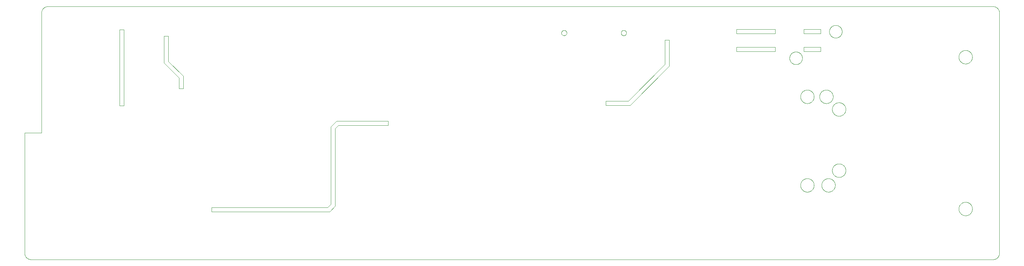
<source format=gko>
G75*
%MOIN*%
%OFA0B0*%
%FSLAX25Y25*%
%IPPOS*%
%LPD*%
%AMOC8*
5,1,8,0,0,1.08239X$1,22.5*
%
%ADD10C,0.00394*%
%ADD11C,0.00000*%
%ADD12C,0.00400*%
D10*
X0103975Y0058146D02*
X0999644Y0058146D01*
X0999644Y0058145D02*
X0999796Y0058147D01*
X0999948Y0058153D01*
X1000100Y0058163D01*
X1000251Y0058176D01*
X1000402Y0058194D01*
X1000553Y0058215D01*
X1000703Y0058241D01*
X1000852Y0058270D01*
X1001001Y0058303D01*
X1001148Y0058340D01*
X1001295Y0058380D01*
X1001440Y0058425D01*
X1001584Y0058473D01*
X1001727Y0058525D01*
X1001869Y0058580D01*
X1002009Y0058639D01*
X1002148Y0058702D01*
X1002285Y0058768D01*
X1002420Y0058838D01*
X1002553Y0058911D01*
X1002684Y0058988D01*
X1002814Y0059068D01*
X1002941Y0059151D01*
X1003066Y0059237D01*
X1003189Y0059327D01*
X1003309Y0059420D01*
X1003427Y0059516D01*
X1003543Y0059615D01*
X1003656Y0059717D01*
X1003766Y0059821D01*
X1003874Y0059929D01*
X1003978Y0060039D01*
X1004080Y0060152D01*
X1004179Y0060268D01*
X1004275Y0060386D01*
X1004368Y0060506D01*
X1004458Y0060629D01*
X1004544Y0060754D01*
X1004627Y0060881D01*
X1004707Y0061011D01*
X1004784Y0061142D01*
X1004857Y0061275D01*
X1004927Y0061410D01*
X1004993Y0061547D01*
X1005056Y0061686D01*
X1005115Y0061826D01*
X1005170Y0061968D01*
X1005222Y0062111D01*
X1005270Y0062255D01*
X1005315Y0062400D01*
X1005355Y0062547D01*
X1005392Y0062694D01*
X1005425Y0062843D01*
X1005454Y0062992D01*
X1005480Y0063142D01*
X1005501Y0063293D01*
X1005519Y0063444D01*
X1005532Y0063595D01*
X1005542Y0063747D01*
X1005548Y0063899D01*
X1005550Y0064051D01*
X1005550Y0288461D01*
X1005548Y0288613D01*
X1005542Y0288765D01*
X1005532Y0288917D01*
X1005519Y0289068D01*
X1005501Y0289219D01*
X1005480Y0289370D01*
X1005454Y0289520D01*
X1005425Y0289669D01*
X1005392Y0289818D01*
X1005355Y0289965D01*
X1005315Y0290112D01*
X1005270Y0290257D01*
X1005222Y0290401D01*
X1005170Y0290544D01*
X1005115Y0290686D01*
X1005056Y0290826D01*
X1004993Y0290965D01*
X1004927Y0291102D01*
X1004857Y0291237D01*
X1004784Y0291370D01*
X1004707Y0291501D01*
X1004627Y0291631D01*
X1004544Y0291758D01*
X1004458Y0291883D01*
X1004368Y0292006D01*
X1004275Y0292126D01*
X1004179Y0292244D01*
X1004080Y0292360D01*
X1003978Y0292473D01*
X1003874Y0292583D01*
X1003766Y0292691D01*
X1003656Y0292795D01*
X1003543Y0292897D01*
X1003427Y0292996D01*
X1003309Y0293092D01*
X1003189Y0293185D01*
X1003066Y0293275D01*
X1002941Y0293361D01*
X1002814Y0293444D01*
X1002684Y0293524D01*
X1002553Y0293601D01*
X1002420Y0293674D01*
X1002285Y0293744D01*
X1002148Y0293810D01*
X1002009Y0293873D01*
X1001869Y0293932D01*
X1001727Y0293987D01*
X1001584Y0294039D01*
X1001440Y0294087D01*
X1001295Y0294132D01*
X1001148Y0294172D01*
X1001001Y0294209D01*
X1000852Y0294242D01*
X1000703Y0294271D01*
X1000553Y0294297D01*
X1000402Y0294318D01*
X1000251Y0294336D01*
X1000100Y0294349D01*
X0999948Y0294359D01*
X0999796Y0294365D01*
X0999644Y0294367D01*
X0999644Y0294366D02*
X0698463Y0294366D01*
X0694526Y0294366D02*
X0119723Y0294366D01*
X0119723Y0294367D02*
X0119571Y0294365D01*
X0119419Y0294359D01*
X0119267Y0294349D01*
X0119116Y0294336D01*
X0118965Y0294318D01*
X0118814Y0294297D01*
X0118664Y0294271D01*
X0118515Y0294242D01*
X0118366Y0294209D01*
X0118219Y0294172D01*
X0118072Y0294132D01*
X0117927Y0294087D01*
X0117783Y0294039D01*
X0117640Y0293987D01*
X0117498Y0293932D01*
X0117358Y0293873D01*
X0117219Y0293810D01*
X0117082Y0293744D01*
X0116947Y0293674D01*
X0116814Y0293601D01*
X0116683Y0293524D01*
X0116553Y0293444D01*
X0116426Y0293361D01*
X0116301Y0293275D01*
X0116178Y0293185D01*
X0116058Y0293092D01*
X0115940Y0292996D01*
X0115824Y0292897D01*
X0115711Y0292795D01*
X0115601Y0292691D01*
X0115493Y0292583D01*
X0115389Y0292473D01*
X0115287Y0292360D01*
X0115188Y0292244D01*
X0115092Y0292126D01*
X0114999Y0292006D01*
X0114909Y0291883D01*
X0114823Y0291758D01*
X0114740Y0291631D01*
X0114660Y0291501D01*
X0114583Y0291370D01*
X0114510Y0291237D01*
X0114440Y0291102D01*
X0114374Y0290965D01*
X0114311Y0290826D01*
X0114252Y0290686D01*
X0114197Y0290544D01*
X0114145Y0290401D01*
X0114097Y0290257D01*
X0114052Y0290112D01*
X0114012Y0289965D01*
X0113975Y0289818D01*
X0113942Y0289669D01*
X0113913Y0289520D01*
X0113887Y0289370D01*
X0113866Y0289219D01*
X0113848Y0289068D01*
X0113835Y0288917D01*
X0113825Y0288765D01*
X0113819Y0288613D01*
X0113817Y0288461D01*
X0113818Y0288461D02*
X0113818Y0176256D01*
X0098070Y0176256D01*
X0098070Y0064051D01*
X0098069Y0064051D02*
X0098071Y0063899D01*
X0098077Y0063747D01*
X0098087Y0063595D01*
X0098100Y0063444D01*
X0098118Y0063293D01*
X0098139Y0063142D01*
X0098165Y0062992D01*
X0098194Y0062843D01*
X0098227Y0062694D01*
X0098264Y0062547D01*
X0098304Y0062400D01*
X0098349Y0062255D01*
X0098397Y0062111D01*
X0098449Y0061968D01*
X0098504Y0061826D01*
X0098563Y0061686D01*
X0098626Y0061547D01*
X0098692Y0061410D01*
X0098762Y0061275D01*
X0098835Y0061142D01*
X0098912Y0061011D01*
X0098992Y0060881D01*
X0099075Y0060754D01*
X0099161Y0060629D01*
X0099251Y0060506D01*
X0099344Y0060386D01*
X0099440Y0060268D01*
X0099539Y0060152D01*
X0099641Y0060039D01*
X0099745Y0059929D01*
X0099853Y0059821D01*
X0099963Y0059717D01*
X0100076Y0059615D01*
X0100192Y0059516D01*
X0100310Y0059420D01*
X0100430Y0059327D01*
X0100553Y0059237D01*
X0100678Y0059151D01*
X0100805Y0059068D01*
X0100935Y0058988D01*
X0101066Y0058911D01*
X0101199Y0058838D01*
X0101334Y0058768D01*
X0101471Y0058702D01*
X0101610Y0058639D01*
X0101750Y0058580D01*
X0101892Y0058525D01*
X0102035Y0058473D01*
X0102179Y0058425D01*
X0102324Y0058380D01*
X0102471Y0058340D01*
X0102618Y0058303D01*
X0102767Y0058270D01*
X0102916Y0058241D01*
X0103066Y0058215D01*
X0103217Y0058194D01*
X0103368Y0058176D01*
X0103519Y0058163D01*
X0103671Y0058153D01*
X0103823Y0058147D01*
X0103975Y0058145D01*
X0186652Y0201846D02*
X0190589Y0201846D01*
X0190589Y0272713D01*
X0186652Y0272713D01*
X0186652Y0201846D01*
X0760709Y0252409D02*
X0760709Y0256346D01*
X0796930Y0256346D01*
X0796930Y0252409D01*
X0760709Y0252409D01*
X0760709Y0268945D02*
X0760709Y0272882D01*
X0796930Y0272882D01*
X0796930Y0268945D01*
X0760709Y0268945D01*
X0823446Y0268945D02*
X0823446Y0272882D01*
X0839194Y0272882D01*
X0839194Y0268945D01*
X0823446Y0268945D01*
X0823446Y0256346D02*
X0823446Y0252409D01*
X0839194Y0252409D01*
X0839194Y0256346D01*
X0823446Y0256346D01*
D11*
X0810256Y0246110D02*
X0810258Y0246263D01*
X0810264Y0246417D01*
X0810274Y0246570D01*
X0810288Y0246722D01*
X0810306Y0246875D01*
X0810328Y0247026D01*
X0810353Y0247177D01*
X0810383Y0247328D01*
X0810417Y0247478D01*
X0810454Y0247626D01*
X0810495Y0247774D01*
X0810540Y0247920D01*
X0810589Y0248066D01*
X0810642Y0248210D01*
X0810698Y0248352D01*
X0810758Y0248493D01*
X0810822Y0248633D01*
X0810889Y0248771D01*
X0810960Y0248907D01*
X0811035Y0249041D01*
X0811112Y0249173D01*
X0811194Y0249303D01*
X0811278Y0249431D01*
X0811366Y0249557D01*
X0811457Y0249680D01*
X0811551Y0249801D01*
X0811649Y0249919D01*
X0811749Y0250035D01*
X0811853Y0250148D01*
X0811959Y0250259D01*
X0812068Y0250367D01*
X0812180Y0250472D01*
X0812294Y0250573D01*
X0812412Y0250672D01*
X0812531Y0250768D01*
X0812653Y0250861D01*
X0812778Y0250950D01*
X0812905Y0251037D01*
X0813034Y0251119D01*
X0813165Y0251199D01*
X0813298Y0251275D01*
X0813433Y0251348D01*
X0813570Y0251417D01*
X0813709Y0251482D01*
X0813849Y0251544D01*
X0813991Y0251602D01*
X0814134Y0251657D01*
X0814279Y0251708D01*
X0814425Y0251755D01*
X0814572Y0251798D01*
X0814720Y0251837D01*
X0814869Y0251873D01*
X0815019Y0251904D01*
X0815170Y0251932D01*
X0815321Y0251956D01*
X0815474Y0251976D01*
X0815626Y0251992D01*
X0815779Y0252004D01*
X0815932Y0252012D01*
X0816085Y0252016D01*
X0816239Y0252016D01*
X0816392Y0252012D01*
X0816545Y0252004D01*
X0816698Y0251992D01*
X0816850Y0251976D01*
X0817003Y0251956D01*
X0817154Y0251932D01*
X0817305Y0251904D01*
X0817455Y0251873D01*
X0817604Y0251837D01*
X0817752Y0251798D01*
X0817899Y0251755D01*
X0818045Y0251708D01*
X0818190Y0251657D01*
X0818333Y0251602D01*
X0818475Y0251544D01*
X0818615Y0251482D01*
X0818754Y0251417D01*
X0818891Y0251348D01*
X0819026Y0251275D01*
X0819159Y0251199D01*
X0819290Y0251119D01*
X0819419Y0251037D01*
X0819546Y0250950D01*
X0819671Y0250861D01*
X0819793Y0250768D01*
X0819912Y0250672D01*
X0820030Y0250573D01*
X0820144Y0250472D01*
X0820256Y0250367D01*
X0820365Y0250259D01*
X0820471Y0250148D01*
X0820575Y0250035D01*
X0820675Y0249919D01*
X0820773Y0249801D01*
X0820867Y0249680D01*
X0820958Y0249557D01*
X0821046Y0249431D01*
X0821130Y0249303D01*
X0821212Y0249173D01*
X0821289Y0249041D01*
X0821364Y0248907D01*
X0821435Y0248771D01*
X0821502Y0248633D01*
X0821566Y0248493D01*
X0821626Y0248352D01*
X0821682Y0248210D01*
X0821735Y0248066D01*
X0821784Y0247920D01*
X0821829Y0247774D01*
X0821870Y0247626D01*
X0821907Y0247478D01*
X0821941Y0247328D01*
X0821971Y0247177D01*
X0821996Y0247026D01*
X0822018Y0246875D01*
X0822036Y0246722D01*
X0822050Y0246570D01*
X0822060Y0246417D01*
X0822066Y0246263D01*
X0822068Y0246110D01*
X0822066Y0245957D01*
X0822060Y0245803D01*
X0822050Y0245650D01*
X0822036Y0245498D01*
X0822018Y0245345D01*
X0821996Y0245194D01*
X0821971Y0245043D01*
X0821941Y0244892D01*
X0821907Y0244742D01*
X0821870Y0244594D01*
X0821829Y0244446D01*
X0821784Y0244300D01*
X0821735Y0244154D01*
X0821682Y0244010D01*
X0821626Y0243868D01*
X0821566Y0243727D01*
X0821502Y0243587D01*
X0821435Y0243449D01*
X0821364Y0243313D01*
X0821289Y0243179D01*
X0821212Y0243047D01*
X0821130Y0242917D01*
X0821046Y0242789D01*
X0820958Y0242663D01*
X0820867Y0242540D01*
X0820773Y0242419D01*
X0820675Y0242301D01*
X0820575Y0242185D01*
X0820471Y0242072D01*
X0820365Y0241961D01*
X0820256Y0241853D01*
X0820144Y0241748D01*
X0820030Y0241647D01*
X0819912Y0241548D01*
X0819793Y0241452D01*
X0819671Y0241359D01*
X0819546Y0241270D01*
X0819419Y0241183D01*
X0819290Y0241101D01*
X0819159Y0241021D01*
X0819026Y0240945D01*
X0818891Y0240872D01*
X0818754Y0240803D01*
X0818615Y0240738D01*
X0818475Y0240676D01*
X0818333Y0240618D01*
X0818190Y0240563D01*
X0818045Y0240512D01*
X0817899Y0240465D01*
X0817752Y0240422D01*
X0817604Y0240383D01*
X0817455Y0240347D01*
X0817305Y0240316D01*
X0817154Y0240288D01*
X0817003Y0240264D01*
X0816850Y0240244D01*
X0816698Y0240228D01*
X0816545Y0240216D01*
X0816392Y0240208D01*
X0816239Y0240204D01*
X0816085Y0240204D01*
X0815932Y0240208D01*
X0815779Y0240216D01*
X0815626Y0240228D01*
X0815474Y0240244D01*
X0815321Y0240264D01*
X0815170Y0240288D01*
X0815019Y0240316D01*
X0814869Y0240347D01*
X0814720Y0240383D01*
X0814572Y0240422D01*
X0814425Y0240465D01*
X0814279Y0240512D01*
X0814134Y0240563D01*
X0813991Y0240618D01*
X0813849Y0240676D01*
X0813709Y0240738D01*
X0813570Y0240803D01*
X0813433Y0240872D01*
X0813298Y0240945D01*
X0813165Y0241021D01*
X0813034Y0241101D01*
X0812905Y0241183D01*
X0812778Y0241270D01*
X0812653Y0241359D01*
X0812531Y0241452D01*
X0812412Y0241548D01*
X0812294Y0241647D01*
X0812180Y0241748D01*
X0812068Y0241853D01*
X0811959Y0241961D01*
X0811853Y0242072D01*
X0811749Y0242185D01*
X0811649Y0242301D01*
X0811551Y0242419D01*
X0811457Y0242540D01*
X0811366Y0242663D01*
X0811278Y0242789D01*
X0811194Y0242917D01*
X0811112Y0243047D01*
X0811035Y0243179D01*
X0810960Y0243313D01*
X0810889Y0243449D01*
X0810822Y0243587D01*
X0810758Y0243727D01*
X0810698Y0243868D01*
X0810642Y0244010D01*
X0810589Y0244154D01*
X0810540Y0244300D01*
X0810495Y0244446D01*
X0810454Y0244594D01*
X0810417Y0244742D01*
X0810383Y0244892D01*
X0810353Y0245043D01*
X0810328Y0245194D01*
X0810306Y0245345D01*
X0810288Y0245498D01*
X0810274Y0245650D01*
X0810264Y0245803D01*
X0810258Y0245957D01*
X0810256Y0246110D01*
X0847264Y0270913D02*
X0847266Y0271066D01*
X0847272Y0271220D01*
X0847282Y0271373D01*
X0847296Y0271525D01*
X0847314Y0271678D01*
X0847336Y0271829D01*
X0847361Y0271980D01*
X0847391Y0272131D01*
X0847425Y0272281D01*
X0847462Y0272429D01*
X0847503Y0272577D01*
X0847548Y0272723D01*
X0847597Y0272869D01*
X0847650Y0273013D01*
X0847706Y0273155D01*
X0847766Y0273296D01*
X0847830Y0273436D01*
X0847897Y0273574D01*
X0847968Y0273710D01*
X0848043Y0273844D01*
X0848120Y0273976D01*
X0848202Y0274106D01*
X0848286Y0274234D01*
X0848374Y0274360D01*
X0848465Y0274483D01*
X0848559Y0274604D01*
X0848657Y0274722D01*
X0848757Y0274838D01*
X0848861Y0274951D01*
X0848967Y0275062D01*
X0849076Y0275170D01*
X0849188Y0275275D01*
X0849302Y0275376D01*
X0849420Y0275475D01*
X0849539Y0275571D01*
X0849661Y0275664D01*
X0849786Y0275753D01*
X0849913Y0275840D01*
X0850042Y0275922D01*
X0850173Y0276002D01*
X0850306Y0276078D01*
X0850441Y0276151D01*
X0850578Y0276220D01*
X0850717Y0276285D01*
X0850857Y0276347D01*
X0850999Y0276405D01*
X0851142Y0276460D01*
X0851287Y0276511D01*
X0851433Y0276558D01*
X0851580Y0276601D01*
X0851728Y0276640D01*
X0851877Y0276676D01*
X0852027Y0276707D01*
X0852178Y0276735D01*
X0852329Y0276759D01*
X0852482Y0276779D01*
X0852634Y0276795D01*
X0852787Y0276807D01*
X0852940Y0276815D01*
X0853093Y0276819D01*
X0853247Y0276819D01*
X0853400Y0276815D01*
X0853553Y0276807D01*
X0853706Y0276795D01*
X0853858Y0276779D01*
X0854011Y0276759D01*
X0854162Y0276735D01*
X0854313Y0276707D01*
X0854463Y0276676D01*
X0854612Y0276640D01*
X0854760Y0276601D01*
X0854907Y0276558D01*
X0855053Y0276511D01*
X0855198Y0276460D01*
X0855341Y0276405D01*
X0855483Y0276347D01*
X0855623Y0276285D01*
X0855762Y0276220D01*
X0855899Y0276151D01*
X0856034Y0276078D01*
X0856167Y0276002D01*
X0856298Y0275922D01*
X0856427Y0275840D01*
X0856554Y0275753D01*
X0856679Y0275664D01*
X0856801Y0275571D01*
X0856920Y0275475D01*
X0857038Y0275376D01*
X0857152Y0275275D01*
X0857264Y0275170D01*
X0857373Y0275062D01*
X0857479Y0274951D01*
X0857583Y0274838D01*
X0857683Y0274722D01*
X0857781Y0274604D01*
X0857875Y0274483D01*
X0857966Y0274360D01*
X0858054Y0274234D01*
X0858138Y0274106D01*
X0858220Y0273976D01*
X0858297Y0273844D01*
X0858372Y0273710D01*
X0858443Y0273574D01*
X0858510Y0273436D01*
X0858574Y0273296D01*
X0858634Y0273155D01*
X0858690Y0273013D01*
X0858743Y0272869D01*
X0858792Y0272723D01*
X0858837Y0272577D01*
X0858878Y0272429D01*
X0858915Y0272281D01*
X0858949Y0272131D01*
X0858979Y0271980D01*
X0859004Y0271829D01*
X0859026Y0271678D01*
X0859044Y0271525D01*
X0859058Y0271373D01*
X0859068Y0271220D01*
X0859074Y0271066D01*
X0859076Y0270913D01*
X0859074Y0270760D01*
X0859068Y0270606D01*
X0859058Y0270453D01*
X0859044Y0270301D01*
X0859026Y0270148D01*
X0859004Y0269997D01*
X0858979Y0269846D01*
X0858949Y0269695D01*
X0858915Y0269545D01*
X0858878Y0269397D01*
X0858837Y0269249D01*
X0858792Y0269103D01*
X0858743Y0268957D01*
X0858690Y0268813D01*
X0858634Y0268671D01*
X0858574Y0268530D01*
X0858510Y0268390D01*
X0858443Y0268252D01*
X0858372Y0268116D01*
X0858297Y0267982D01*
X0858220Y0267850D01*
X0858138Y0267720D01*
X0858054Y0267592D01*
X0857966Y0267466D01*
X0857875Y0267343D01*
X0857781Y0267222D01*
X0857683Y0267104D01*
X0857583Y0266988D01*
X0857479Y0266875D01*
X0857373Y0266764D01*
X0857264Y0266656D01*
X0857152Y0266551D01*
X0857038Y0266450D01*
X0856920Y0266351D01*
X0856801Y0266255D01*
X0856679Y0266162D01*
X0856554Y0266073D01*
X0856427Y0265986D01*
X0856298Y0265904D01*
X0856167Y0265824D01*
X0856034Y0265748D01*
X0855899Y0265675D01*
X0855762Y0265606D01*
X0855623Y0265541D01*
X0855483Y0265479D01*
X0855341Y0265421D01*
X0855198Y0265366D01*
X0855053Y0265315D01*
X0854907Y0265268D01*
X0854760Y0265225D01*
X0854612Y0265186D01*
X0854463Y0265150D01*
X0854313Y0265119D01*
X0854162Y0265091D01*
X0854011Y0265067D01*
X0853858Y0265047D01*
X0853706Y0265031D01*
X0853553Y0265019D01*
X0853400Y0265011D01*
X0853247Y0265007D01*
X0853093Y0265007D01*
X0852940Y0265011D01*
X0852787Y0265019D01*
X0852634Y0265031D01*
X0852482Y0265047D01*
X0852329Y0265067D01*
X0852178Y0265091D01*
X0852027Y0265119D01*
X0851877Y0265150D01*
X0851728Y0265186D01*
X0851580Y0265225D01*
X0851433Y0265268D01*
X0851287Y0265315D01*
X0851142Y0265366D01*
X0850999Y0265421D01*
X0850857Y0265479D01*
X0850717Y0265541D01*
X0850578Y0265606D01*
X0850441Y0265675D01*
X0850306Y0265748D01*
X0850173Y0265824D01*
X0850042Y0265904D01*
X0849913Y0265986D01*
X0849786Y0266073D01*
X0849661Y0266162D01*
X0849539Y0266255D01*
X0849420Y0266351D01*
X0849302Y0266450D01*
X0849188Y0266551D01*
X0849076Y0266656D01*
X0848967Y0266764D01*
X0848861Y0266875D01*
X0848757Y0266988D01*
X0848657Y0267104D01*
X0848559Y0267222D01*
X0848465Y0267343D01*
X0848374Y0267466D01*
X0848286Y0267592D01*
X0848202Y0267720D01*
X0848120Y0267850D01*
X0848043Y0267982D01*
X0847968Y0268116D01*
X0847897Y0268252D01*
X0847830Y0268390D01*
X0847766Y0268530D01*
X0847706Y0268671D01*
X0847650Y0268813D01*
X0847597Y0268957D01*
X0847548Y0269103D01*
X0847503Y0269249D01*
X0847462Y0269397D01*
X0847425Y0269545D01*
X0847391Y0269695D01*
X0847361Y0269846D01*
X0847336Y0269997D01*
X0847314Y0270148D01*
X0847296Y0270301D01*
X0847282Y0270453D01*
X0847272Y0270606D01*
X0847266Y0270760D01*
X0847264Y0270913D01*
X0967755Y0247122D02*
X0967757Y0247280D01*
X0967763Y0247438D01*
X0967773Y0247596D01*
X0967787Y0247754D01*
X0967805Y0247911D01*
X0967826Y0248068D01*
X0967852Y0248224D01*
X0967882Y0248380D01*
X0967915Y0248535D01*
X0967953Y0248688D01*
X0967994Y0248841D01*
X0968039Y0248993D01*
X0968088Y0249144D01*
X0968141Y0249293D01*
X0968197Y0249441D01*
X0968257Y0249587D01*
X0968321Y0249732D01*
X0968389Y0249875D01*
X0968460Y0250017D01*
X0968534Y0250157D01*
X0968612Y0250294D01*
X0968694Y0250430D01*
X0968778Y0250564D01*
X0968867Y0250695D01*
X0968958Y0250824D01*
X0969053Y0250951D01*
X0969150Y0251076D01*
X0969251Y0251198D01*
X0969355Y0251317D01*
X0969462Y0251434D01*
X0969572Y0251548D01*
X0969685Y0251659D01*
X0969800Y0251768D01*
X0969918Y0251873D01*
X0970039Y0251975D01*
X0970162Y0252075D01*
X0970288Y0252171D01*
X0970416Y0252264D01*
X0970546Y0252354D01*
X0970679Y0252440D01*
X0970814Y0252524D01*
X0970950Y0252603D01*
X0971089Y0252680D01*
X0971230Y0252752D01*
X0971372Y0252822D01*
X0971516Y0252887D01*
X0971662Y0252949D01*
X0971809Y0253007D01*
X0971958Y0253062D01*
X0972108Y0253113D01*
X0972259Y0253160D01*
X0972411Y0253203D01*
X0972564Y0253242D01*
X0972719Y0253278D01*
X0972874Y0253309D01*
X0973030Y0253337D01*
X0973186Y0253361D01*
X0973343Y0253381D01*
X0973501Y0253397D01*
X0973658Y0253409D01*
X0973817Y0253417D01*
X0973975Y0253421D01*
X0974133Y0253421D01*
X0974291Y0253417D01*
X0974450Y0253409D01*
X0974607Y0253397D01*
X0974765Y0253381D01*
X0974922Y0253361D01*
X0975078Y0253337D01*
X0975234Y0253309D01*
X0975389Y0253278D01*
X0975544Y0253242D01*
X0975697Y0253203D01*
X0975849Y0253160D01*
X0976000Y0253113D01*
X0976150Y0253062D01*
X0976299Y0253007D01*
X0976446Y0252949D01*
X0976592Y0252887D01*
X0976736Y0252822D01*
X0976878Y0252752D01*
X0977019Y0252680D01*
X0977158Y0252603D01*
X0977294Y0252524D01*
X0977429Y0252440D01*
X0977562Y0252354D01*
X0977692Y0252264D01*
X0977820Y0252171D01*
X0977946Y0252075D01*
X0978069Y0251975D01*
X0978190Y0251873D01*
X0978308Y0251768D01*
X0978423Y0251659D01*
X0978536Y0251548D01*
X0978646Y0251434D01*
X0978753Y0251317D01*
X0978857Y0251198D01*
X0978958Y0251076D01*
X0979055Y0250951D01*
X0979150Y0250824D01*
X0979241Y0250695D01*
X0979330Y0250564D01*
X0979414Y0250430D01*
X0979496Y0250294D01*
X0979574Y0250157D01*
X0979648Y0250017D01*
X0979719Y0249875D01*
X0979787Y0249732D01*
X0979851Y0249587D01*
X0979911Y0249441D01*
X0979967Y0249293D01*
X0980020Y0249144D01*
X0980069Y0248993D01*
X0980114Y0248841D01*
X0980155Y0248688D01*
X0980193Y0248535D01*
X0980226Y0248380D01*
X0980256Y0248224D01*
X0980282Y0248068D01*
X0980303Y0247911D01*
X0980321Y0247754D01*
X0980335Y0247596D01*
X0980345Y0247438D01*
X0980351Y0247280D01*
X0980353Y0247122D01*
X0980351Y0246964D01*
X0980345Y0246806D01*
X0980335Y0246648D01*
X0980321Y0246490D01*
X0980303Y0246333D01*
X0980282Y0246176D01*
X0980256Y0246020D01*
X0980226Y0245864D01*
X0980193Y0245709D01*
X0980155Y0245556D01*
X0980114Y0245403D01*
X0980069Y0245251D01*
X0980020Y0245100D01*
X0979967Y0244951D01*
X0979911Y0244803D01*
X0979851Y0244657D01*
X0979787Y0244512D01*
X0979719Y0244369D01*
X0979648Y0244227D01*
X0979574Y0244087D01*
X0979496Y0243950D01*
X0979414Y0243814D01*
X0979330Y0243680D01*
X0979241Y0243549D01*
X0979150Y0243420D01*
X0979055Y0243293D01*
X0978958Y0243168D01*
X0978857Y0243046D01*
X0978753Y0242927D01*
X0978646Y0242810D01*
X0978536Y0242696D01*
X0978423Y0242585D01*
X0978308Y0242476D01*
X0978190Y0242371D01*
X0978069Y0242269D01*
X0977946Y0242169D01*
X0977820Y0242073D01*
X0977692Y0241980D01*
X0977562Y0241890D01*
X0977429Y0241804D01*
X0977294Y0241720D01*
X0977158Y0241641D01*
X0977019Y0241564D01*
X0976878Y0241492D01*
X0976736Y0241422D01*
X0976592Y0241357D01*
X0976446Y0241295D01*
X0976299Y0241237D01*
X0976150Y0241182D01*
X0976000Y0241131D01*
X0975849Y0241084D01*
X0975697Y0241041D01*
X0975544Y0241002D01*
X0975389Y0240966D01*
X0975234Y0240935D01*
X0975078Y0240907D01*
X0974922Y0240883D01*
X0974765Y0240863D01*
X0974607Y0240847D01*
X0974450Y0240835D01*
X0974291Y0240827D01*
X0974133Y0240823D01*
X0973975Y0240823D01*
X0973817Y0240827D01*
X0973658Y0240835D01*
X0973501Y0240847D01*
X0973343Y0240863D01*
X0973186Y0240883D01*
X0973030Y0240907D01*
X0972874Y0240935D01*
X0972719Y0240966D01*
X0972564Y0241002D01*
X0972411Y0241041D01*
X0972259Y0241084D01*
X0972108Y0241131D01*
X0971958Y0241182D01*
X0971809Y0241237D01*
X0971662Y0241295D01*
X0971516Y0241357D01*
X0971372Y0241422D01*
X0971230Y0241492D01*
X0971089Y0241564D01*
X0970950Y0241641D01*
X0970814Y0241720D01*
X0970679Y0241804D01*
X0970546Y0241890D01*
X0970416Y0241980D01*
X0970288Y0242073D01*
X0970162Y0242169D01*
X0970039Y0242269D01*
X0969918Y0242371D01*
X0969800Y0242476D01*
X0969685Y0242585D01*
X0969572Y0242696D01*
X0969462Y0242810D01*
X0969355Y0242927D01*
X0969251Y0243046D01*
X0969150Y0243168D01*
X0969053Y0243293D01*
X0968958Y0243420D01*
X0968867Y0243549D01*
X0968778Y0243680D01*
X0968694Y0243814D01*
X0968612Y0243950D01*
X0968534Y0244087D01*
X0968460Y0244227D01*
X0968389Y0244369D01*
X0968321Y0244512D01*
X0968257Y0244657D01*
X0968197Y0244803D01*
X0968141Y0244951D01*
X0968088Y0245100D01*
X0968039Y0245251D01*
X0967994Y0245403D01*
X0967953Y0245556D01*
X0967915Y0245709D01*
X0967882Y0245864D01*
X0967852Y0246020D01*
X0967826Y0246176D01*
X0967805Y0246333D01*
X0967787Y0246490D01*
X0967773Y0246648D01*
X0967763Y0246806D01*
X0967757Y0246964D01*
X0967755Y0247122D01*
X0838125Y0210126D02*
X0838127Y0210284D01*
X0838133Y0210442D01*
X0838143Y0210600D01*
X0838157Y0210758D01*
X0838175Y0210915D01*
X0838196Y0211072D01*
X0838222Y0211228D01*
X0838252Y0211384D01*
X0838285Y0211539D01*
X0838323Y0211692D01*
X0838364Y0211845D01*
X0838409Y0211997D01*
X0838458Y0212148D01*
X0838511Y0212297D01*
X0838567Y0212445D01*
X0838627Y0212591D01*
X0838691Y0212736D01*
X0838759Y0212879D01*
X0838830Y0213021D01*
X0838904Y0213161D01*
X0838982Y0213298D01*
X0839064Y0213434D01*
X0839148Y0213568D01*
X0839237Y0213699D01*
X0839328Y0213828D01*
X0839423Y0213955D01*
X0839520Y0214080D01*
X0839621Y0214202D01*
X0839725Y0214321D01*
X0839832Y0214438D01*
X0839942Y0214552D01*
X0840055Y0214663D01*
X0840170Y0214772D01*
X0840288Y0214877D01*
X0840409Y0214979D01*
X0840532Y0215079D01*
X0840658Y0215175D01*
X0840786Y0215268D01*
X0840916Y0215358D01*
X0841049Y0215444D01*
X0841184Y0215528D01*
X0841320Y0215607D01*
X0841459Y0215684D01*
X0841600Y0215756D01*
X0841742Y0215826D01*
X0841886Y0215891D01*
X0842032Y0215953D01*
X0842179Y0216011D01*
X0842328Y0216066D01*
X0842478Y0216117D01*
X0842629Y0216164D01*
X0842781Y0216207D01*
X0842934Y0216246D01*
X0843089Y0216282D01*
X0843244Y0216313D01*
X0843400Y0216341D01*
X0843556Y0216365D01*
X0843713Y0216385D01*
X0843871Y0216401D01*
X0844028Y0216413D01*
X0844187Y0216421D01*
X0844345Y0216425D01*
X0844503Y0216425D01*
X0844661Y0216421D01*
X0844820Y0216413D01*
X0844977Y0216401D01*
X0845135Y0216385D01*
X0845292Y0216365D01*
X0845448Y0216341D01*
X0845604Y0216313D01*
X0845759Y0216282D01*
X0845914Y0216246D01*
X0846067Y0216207D01*
X0846219Y0216164D01*
X0846370Y0216117D01*
X0846520Y0216066D01*
X0846669Y0216011D01*
X0846816Y0215953D01*
X0846962Y0215891D01*
X0847106Y0215826D01*
X0847248Y0215756D01*
X0847389Y0215684D01*
X0847528Y0215607D01*
X0847664Y0215528D01*
X0847799Y0215444D01*
X0847932Y0215358D01*
X0848062Y0215268D01*
X0848190Y0215175D01*
X0848316Y0215079D01*
X0848439Y0214979D01*
X0848560Y0214877D01*
X0848678Y0214772D01*
X0848793Y0214663D01*
X0848906Y0214552D01*
X0849016Y0214438D01*
X0849123Y0214321D01*
X0849227Y0214202D01*
X0849328Y0214080D01*
X0849425Y0213955D01*
X0849520Y0213828D01*
X0849611Y0213699D01*
X0849700Y0213568D01*
X0849784Y0213434D01*
X0849866Y0213298D01*
X0849944Y0213161D01*
X0850018Y0213021D01*
X0850089Y0212879D01*
X0850157Y0212736D01*
X0850221Y0212591D01*
X0850281Y0212445D01*
X0850337Y0212297D01*
X0850390Y0212148D01*
X0850439Y0211997D01*
X0850484Y0211845D01*
X0850525Y0211692D01*
X0850563Y0211539D01*
X0850596Y0211384D01*
X0850626Y0211228D01*
X0850652Y0211072D01*
X0850673Y0210915D01*
X0850691Y0210758D01*
X0850705Y0210600D01*
X0850715Y0210442D01*
X0850721Y0210284D01*
X0850723Y0210126D01*
X0850721Y0209968D01*
X0850715Y0209810D01*
X0850705Y0209652D01*
X0850691Y0209494D01*
X0850673Y0209337D01*
X0850652Y0209180D01*
X0850626Y0209024D01*
X0850596Y0208868D01*
X0850563Y0208713D01*
X0850525Y0208560D01*
X0850484Y0208407D01*
X0850439Y0208255D01*
X0850390Y0208104D01*
X0850337Y0207955D01*
X0850281Y0207807D01*
X0850221Y0207661D01*
X0850157Y0207516D01*
X0850089Y0207373D01*
X0850018Y0207231D01*
X0849944Y0207091D01*
X0849866Y0206954D01*
X0849784Y0206818D01*
X0849700Y0206684D01*
X0849611Y0206553D01*
X0849520Y0206424D01*
X0849425Y0206297D01*
X0849328Y0206172D01*
X0849227Y0206050D01*
X0849123Y0205931D01*
X0849016Y0205814D01*
X0848906Y0205700D01*
X0848793Y0205589D01*
X0848678Y0205480D01*
X0848560Y0205375D01*
X0848439Y0205273D01*
X0848316Y0205173D01*
X0848190Y0205077D01*
X0848062Y0204984D01*
X0847932Y0204894D01*
X0847799Y0204808D01*
X0847664Y0204724D01*
X0847528Y0204645D01*
X0847389Y0204568D01*
X0847248Y0204496D01*
X0847106Y0204426D01*
X0846962Y0204361D01*
X0846816Y0204299D01*
X0846669Y0204241D01*
X0846520Y0204186D01*
X0846370Y0204135D01*
X0846219Y0204088D01*
X0846067Y0204045D01*
X0845914Y0204006D01*
X0845759Y0203970D01*
X0845604Y0203939D01*
X0845448Y0203911D01*
X0845292Y0203887D01*
X0845135Y0203867D01*
X0844977Y0203851D01*
X0844820Y0203839D01*
X0844661Y0203831D01*
X0844503Y0203827D01*
X0844345Y0203827D01*
X0844187Y0203831D01*
X0844028Y0203839D01*
X0843871Y0203851D01*
X0843713Y0203867D01*
X0843556Y0203887D01*
X0843400Y0203911D01*
X0843244Y0203939D01*
X0843089Y0203970D01*
X0842934Y0204006D01*
X0842781Y0204045D01*
X0842629Y0204088D01*
X0842478Y0204135D01*
X0842328Y0204186D01*
X0842179Y0204241D01*
X0842032Y0204299D01*
X0841886Y0204361D01*
X0841742Y0204426D01*
X0841600Y0204496D01*
X0841459Y0204568D01*
X0841320Y0204645D01*
X0841184Y0204724D01*
X0841049Y0204808D01*
X0840916Y0204894D01*
X0840786Y0204984D01*
X0840658Y0205077D01*
X0840532Y0205173D01*
X0840409Y0205273D01*
X0840288Y0205375D01*
X0840170Y0205480D01*
X0840055Y0205589D01*
X0839942Y0205700D01*
X0839832Y0205814D01*
X0839725Y0205931D01*
X0839621Y0206050D01*
X0839520Y0206172D01*
X0839423Y0206297D01*
X0839328Y0206424D01*
X0839237Y0206553D01*
X0839148Y0206684D01*
X0839064Y0206818D01*
X0838982Y0206954D01*
X0838904Y0207091D01*
X0838830Y0207231D01*
X0838759Y0207373D01*
X0838691Y0207516D01*
X0838627Y0207661D01*
X0838567Y0207807D01*
X0838511Y0207955D01*
X0838458Y0208104D01*
X0838409Y0208255D01*
X0838364Y0208407D01*
X0838323Y0208560D01*
X0838285Y0208713D01*
X0838252Y0208868D01*
X0838222Y0209024D01*
X0838196Y0209180D01*
X0838175Y0209337D01*
X0838157Y0209494D01*
X0838143Y0209652D01*
X0838133Y0209810D01*
X0838127Y0209968D01*
X0838125Y0210126D01*
X0820408Y0210126D02*
X0820410Y0210284D01*
X0820416Y0210442D01*
X0820426Y0210600D01*
X0820440Y0210758D01*
X0820458Y0210915D01*
X0820479Y0211072D01*
X0820505Y0211228D01*
X0820535Y0211384D01*
X0820568Y0211539D01*
X0820606Y0211692D01*
X0820647Y0211845D01*
X0820692Y0211997D01*
X0820741Y0212148D01*
X0820794Y0212297D01*
X0820850Y0212445D01*
X0820910Y0212591D01*
X0820974Y0212736D01*
X0821042Y0212879D01*
X0821113Y0213021D01*
X0821187Y0213161D01*
X0821265Y0213298D01*
X0821347Y0213434D01*
X0821431Y0213568D01*
X0821520Y0213699D01*
X0821611Y0213828D01*
X0821706Y0213955D01*
X0821803Y0214080D01*
X0821904Y0214202D01*
X0822008Y0214321D01*
X0822115Y0214438D01*
X0822225Y0214552D01*
X0822338Y0214663D01*
X0822453Y0214772D01*
X0822571Y0214877D01*
X0822692Y0214979D01*
X0822815Y0215079D01*
X0822941Y0215175D01*
X0823069Y0215268D01*
X0823199Y0215358D01*
X0823332Y0215444D01*
X0823467Y0215528D01*
X0823603Y0215607D01*
X0823742Y0215684D01*
X0823883Y0215756D01*
X0824025Y0215826D01*
X0824169Y0215891D01*
X0824315Y0215953D01*
X0824462Y0216011D01*
X0824611Y0216066D01*
X0824761Y0216117D01*
X0824912Y0216164D01*
X0825064Y0216207D01*
X0825217Y0216246D01*
X0825372Y0216282D01*
X0825527Y0216313D01*
X0825683Y0216341D01*
X0825839Y0216365D01*
X0825996Y0216385D01*
X0826154Y0216401D01*
X0826311Y0216413D01*
X0826470Y0216421D01*
X0826628Y0216425D01*
X0826786Y0216425D01*
X0826944Y0216421D01*
X0827103Y0216413D01*
X0827260Y0216401D01*
X0827418Y0216385D01*
X0827575Y0216365D01*
X0827731Y0216341D01*
X0827887Y0216313D01*
X0828042Y0216282D01*
X0828197Y0216246D01*
X0828350Y0216207D01*
X0828502Y0216164D01*
X0828653Y0216117D01*
X0828803Y0216066D01*
X0828952Y0216011D01*
X0829099Y0215953D01*
X0829245Y0215891D01*
X0829389Y0215826D01*
X0829531Y0215756D01*
X0829672Y0215684D01*
X0829811Y0215607D01*
X0829947Y0215528D01*
X0830082Y0215444D01*
X0830215Y0215358D01*
X0830345Y0215268D01*
X0830473Y0215175D01*
X0830599Y0215079D01*
X0830722Y0214979D01*
X0830843Y0214877D01*
X0830961Y0214772D01*
X0831076Y0214663D01*
X0831189Y0214552D01*
X0831299Y0214438D01*
X0831406Y0214321D01*
X0831510Y0214202D01*
X0831611Y0214080D01*
X0831708Y0213955D01*
X0831803Y0213828D01*
X0831894Y0213699D01*
X0831983Y0213568D01*
X0832067Y0213434D01*
X0832149Y0213298D01*
X0832227Y0213161D01*
X0832301Y0213021D01*
X0832372Y0212879D01*
X0832440Y0212736D01*
X0832504Y0212591D01*
X0832564Y0212445D01*
X0832620Y0212297D01*
X0832673Y0212148D01*
X0832722Y0211997D01*
X0832767Y0211845D01*
X0832808Y0211692D01*
X0832846Y0211539D01*
X0832879Y0211384D01*
X0832909Y0211228D01*
X0832935Y0211072D01*
X0832956Y0210915D01*
X0832974Y0210758D01*
X0832988Y0210600D01*
X0832998Y0210442D01*
X0833004Y0210284D01*
X0833006Y0210126D01*
X0833004Y0209968D01*
X0832998Y0209810D01*
X0832988Y0209652D01*
X0832974Y0209494D01*
X0832956Y0209337D01*
X0832935Y0209180D01*
X0832909Y0209024D01*
X0832879Y0208868D01*
X0832846Y0208713D01*
X0832808Y0208560D01*
X0832767Y0208407D01*
X0832722Y0208255D01*
X0832673Y0208104D01*
X0832620Y0207955D01*
X0832564Y0207807D01*
X0832504Y0207661D01*
X0832440Y0207516D01*
X0832372Y0207373D01*
X0832301Y0207231D01*
X0832227Y0207091D01*
X0832149Y0206954D01*
X0832067Y0206818D01*
X0831983Y0206684D01*
X0831894Y0206553D01*
X0831803Y0206424D01*
X0831708Y0206297D01*
X0831611Y0206172D01*
X0831510Y0206050D01*
X0831406Y0205931D01*
X0831299Y0205814D01*
X0831189Y0205700D01*
X0831076Y0205589D01*
X0830961Y0205480D01*
X0830843Y0205375D01*
X0830722Y0205273D01*
X0830599Y0205173D01*
X0830473Y0205077D01*
X0830345Y0204984D01*
X0830215Y0204894D01*
X0830082Y0204808D01*
X0829947Y0204724D01*
X0829811Y0204645D01*
X0829672Y0204568D01*
X0829531Y0204496D01*
X0829389Y0204426D01*
X0829245Y0204361D01*
X0829099Y0204299D01*
X0828952Y0204241D01*
X0828803Y0204186D01*
X0828653Y0204135D01*
X0828502Y0204088D01*
X0828350Y0204045D01*
X0828197Y0204006D01*
X0828042Y0203970D01*
X0827887Y0203939D01*
X0827731Y0203911D01*
X0827575Y0203887D01*
X0827418Y0203867D01*
X0827260Y0203851D01*
X0827103Y0203839D01*
X0826944Y0203831D01*
X0826786Y0203827D01*
X0826628Y0203827D01*
X0826470Y0203831D01*
X0826311Y0203839D01*
X0826154Y0203851D01*
X0825996Y0203867D01*
X0825839Y0203887D01*
X0825683Y0203911D01*
X0825527Y0203939D01*
X0825372Y0203970D01*
X0825217Y0204006D01*
X0825064Y0204045D01*
X0824912Y0204088D01*
X0824761Y0204135D01*
X0824611Y0204186D01*
X0824462Y0204241D01*
X0824315Y0204299D01*
X0824169Y0204361D01*
X0824025Y0204426D01*
X0823883Y0204496D01*
X0823742Y0204568D01*
X0823603Y0204645D01*
X0823467Y0204724D01*
X0823332Y0204808D01*
X0823199Y0204894D01*
X0823069Y0204984D01*
X0822941Y0205077D01*
X0822815Y0205173D01*
X0822692Y0205273D01*
X0822571Y0205375D01*
X0822453Y0205480D01*
X0822338Y0205589D01*
X0822225Y0205700D01*
X0822115Y0205814D01*
X0822008Y0205931D01*
X0821904Y0206050D01*
X0821803Y0206172D01*
X0821706Y0206297D01*
X0821611Y0206424D01*
X0821520Y0206553D01*
X0821431Y0206684D01*
X0821347Y0206818D01*
X0821265Y0206954D01*
X0821187Y0207091D01*
X0821113Y0207231D01*
X0821042Y0207373D01*
X0820974Y0207516D01*
X0820910Y0207661D01*
X0820850Y0207807D01*
X0820794Y0207955D01*
X0820741Y0208104D01*
X0820692Y0208255D01*
X0820647Y0208407D01*
X0820606Y0208560D01*
X0820568Y0208713D01*
X0820535Y0208868D01*
X0820505Y0209024D01*
X0820479Y0209180D01*
X0820458Y0209337D01*
X0820440Y0209494D01*
X0820426Y0209652D01*
X0820416Y0209810D01*
X0820410Y0209968D01*
X0820408Y0210126D01*
X0849936Y0198315D02*
X0849938Y0198473D01*
X0849944Y0198631D01*
X0849954Y0198789D01*
X0849968Y0198947D01*
X0849986Y0199104D01*
X0850007Y0199261D01*
X0850033Y0199417D01*
X0850063Y0199573D01*
X0850096Y0199728D01*
X0850134Y0199881D01*
X0850175Y0200034D01*
X0850220Y0200186D01*
X0850269Y0200337D01*
X0850322Y0200486D01*
X0850378Y0200634D01*
X0850438Y0200780D01*
X0850502Y0200925D01*
X0850570Y0201068D01*
X0850641Y0201210D01*
X0850715Y0201350D01*
X0850793Y0201487D01*
X0850875Y0201623D01*
X0850959Y0201757D01*
X0851048Y0201888D01*
X0851139Y0202017D01*
X0851234Y0202144D01*
X0851331Y0202269D01*
X0851432Y0202391D01*
X0851536Y0202510D01*
X0851643Y0202627D01*
X0851753Y0202741D01*
X0851866Y0202852D01*
X0851981Y0202961D01*
X0852099Y0203066D01*
X0852220Y0203168D01*
X0852343Y0203268D01*
X0852469Y0203364D01*
X0852597Y0203457D01*
X0852727Y0203547D01*
X0852860Y0203633D01*
X0852995Y0203717D01*
X0853131Y0203796D01*
X0853270Y0203873D01*
X0853411Y0203945D01*
X0853553Y0204015D01*
X0853697Y0204080D01*
X0853843Y0204142D01*
X0853990Y0204200D01*
X0854139Y0204255D01*
X0854289Y0204306D01*
X0854440Y0204353D01*
X0854592Y0204396D01*
X0854745Y0204435D01*
X0854900Y0204471D01*
X0855055Y0204502D01*
X0855211Y0204530D01*
X0855367Y0204554D01*
X0855524Y0204574D01*
X0855682Y0204590D01*
X0855839Y0204602D01*
X0855998Y0204610D01*
X0856156Y0204614D01*
X0856314Y0204614D01*
X0856472Y0204610D01*
X0856631Y0204602D01*
X0856788Y0204590D01*
X0856946Y0204574D01*
X0857103Y0204554D01*
X0857259Y0204530D01*
X0857415Y0204502D01*
X0857570Y0204471D01*
X0857725Y0204435D01*
X0857878Y0204396D01*
X0858030Y0204353D01*
X0858181Y0204306D01*
X0858331Y0204255D01*
X0858480Y0204200D01*
X0858627Y0204142D01*
X0858773Y0204080D01*
X0858917Y0204015D01*
X0859059Y0203945D01*
X0859200Y0203873D01*
X0859339Y0203796D01*
X0859475Y0203717D01*
X0859610Y0203633D01*
X0859743Y0203547D01*
X0859873Y0203457D01*
X0860001Y0203364D01*
X0860127Y0203268D01*
X0860250Y0203168D01*
X0860371Y0203066D01*
X0860489Y0202961D01*
X0860604Y0202852D01*
X0860717Y0202741D01*
X0860827Y0202627D01*
X0860934Y0202510D01*
X0861038Y0202391D01*
X0861139Y0202269D01*
X0861236Y0202144D01*
X0861331Y0202017D01*
X0861422Y0201888D01*
X0861511Y0201757D01*
X0861595Y0201623D01*
X0861677Y0201487D01*
X0861755Y0201350D01*
X0861829Y0201210D01*
X0861900Y0201068D01*
X0861968Y0200925D01*
X0862032Y0200780D01*
X0862092Y0200634D01*
X0862148Y0200486D01*
X0862201Y0200337D01*
X0862250Y0200186D01*
X0862295Y0200034D01*
X0862336Y0199881D01*
X0862374Y0199728D01*
X0862407Y0199573D01*
X0862437Y0199417D01*
X0862463Y0199261D01*
X0862484Y0199104D01*
X0862502Y0198947D01*
X0862516Y0198789D01*
X0862526Y0198631D01*
X0862532Y0198473D01*
X0862534Y0198315D01*
X0862532Y0198157D01*
X0862526Y0197999D01*
X0862516Y0197841D01*
X0862502Y0197683D01*
X0862484Y0197526D01*
X0862463Y0197369D01*
X0862437Y0197213D01*
X0862407Y0197057D01*
X0862374Y0196902D01*
X0862336Y0196749D01*
X0862295Y0196596D01*
X0862250Y0196444D01*
X0862201Y0196293D01*
X0862148Y0196144D01*
X0862092Y0195996D01*
X0862032Y0195850D01*
X0861968Y0195705D01*
X0861900Y0195562D01*
X0861829Y0195420D01*
X0861755Y0195280D01*
X0861677Y0195143D01*
X0861595Y0195007D01*
X0861511Y0194873D01*
X0861422Y0194742D01*
X0861331Y0194613D01*
X0861236Y0194486D01*
X0861139Y0194361D01*
X0861038Y0194239D01*
X0860934Y0194120D01*
X0860827Y0194003D01*
X0860717Y0193889D01*
X0860604Y0193778D01*
X0860489Y0193669D01*
X0860371Y0193564D01*
X0860250Y0193462D01*
X0860127Y0193362D01*
X0860001Y0193266D01*
X0859873Y0193173D01*
X0859743Y0193083D01*
X0859610Y0192997D01*
X0859475Y0192913D01*
X0859339Y0192834D01*
X0859200Y0192757D01*
X0859059Y0192685D01*
X0858917Y0192615D01*
X0858773Y0192550D01*
X0858627Y0192488D01*
X0858480Y0192430D01*
X0858331Y0192375D01*
X0858181Y0192324D01*
X0858030Y0192277D01*
X0857878Y0192234D01*
X0857725Y0192195D01*
X0857570Y0192159D01*
X0857415Y0192128D01*
X0857259Y0192100D01*
X0857103Y0192076D01*
X0856946Y0192056D01*
X0856788Y0192040D01*
X0856631Y0192028D01*
X0856472Y0192020D01*
X0856314Y0192016D01*
X0856156Y0192016D01*
X0855998Y0192020D01*
X0855839Y0192028D01*
X0855682Y0192040D01*
X0855524Y0192056D01*
X0855367Y0192076D01*
X0855211Y0192100D01*
X0855055Y0192128D01*
X0854900Y0192159D01*
X0854745Y0192195D01*
X0854592Y0192234D01*
X0854440Y0192277D01*
X0854289Y0192324D01*
X0854139Y0192375D01*
X0853990Y0192430D01*
X0853843Y0192488D01*
X0853697Y0192550D01*
X0853553Y0192615D01*
X0853411Y0192685D01*
X0853270Y0192757D01*
X0853131Y0192834D01*
X0852995Y0192913D01*
X0852860Y0192997D01*
X0852727Y0193083D01*
X0852597Y0193173D01*
X0852469Y0193266D01*
X0852343Y0193362D01*
X0852220Y0193462D01*
X0852099Y0193564D01*
X0851981Y0193669D01*
X0851866Y0193778D01*
X0851753Y0193889D01*
X0851643Y0194003D01*
X0851536Y0194120D01*
X0851432Y0194239D01*
X0851331Y0194361D01*
X0851234Y0194486D01*
X0851139Y0194613D01*
X0851048Y0194742D01*
X0850959Y0194873D01*
X0850875Y0195007D01*
X0850793Y0195143D01*
X0850715Y0195280D01*
X0850641Y0195420D01*
X0850570Y0195562D01*
X0850502Y0195705D01*
X0850438Y0195850D01*
X0850378Y0195996D01*
X0850322Y0196144D01*
X0850269Y0196293D01*
X0850220Y0196444D01*
X0850175Y0196596D01*
X0850134Y0196749D01*
X0850096Y0196902D01*
X0850063Y0197057D01*
X0850033Y0197213D01*
X0850007Y0197369D01*
X0849986Y0197526D01*
X0849968Y0197683D01*
X0849954Y0197841D01*
X0849944Y0197999D01*
X0849938Y0198157D01*
X0849936Y0198315D01*
X0849936Y0141228D02*
X0849938Y0141386D01*
X0849944Y0141544D01*
X0849954Y0141702D01*
X0849968Y0141860D01*
X0849986Y0142017D01*
X0850007Y0142174D01*
X0850033Y0142330D01*
X0850063Y0142486D01*
X0850096Y0142641D01*
X0850134Y0142794D01*
X0850175Y0142947D01*
X0850220Y0143099D01*
X0850269Y0143250D01*
X0850322Y0143399D01*
X0850378Y0143547D01*
X0850438Y0143693D01*
X0850502Y0143838D01*
X0850570Y0143981D01*
X0850641Y0144123D01*
X0850715Y0144263D01*
X0850793Y0144400D01*
X0850875Y0144536D01*
X0850959Y0144670D01*
X0851048Y0144801D01*
X0851139Y0144930D01*
X0851234Y0145057D01*
X0851331Y0145182D01*
X0851432Y0145304D01*
X0851536Y0145423D01*
X0851643Y0145540D01*
X0851753Y0145654D01*
X0851866Y0145765D01*
X0851981Y0145874D01*
X0852099Y0145979D01*
X0852220Y0146081D01*
X0852343Y0146181D01*
X0852469Y0146277D01*
X0852597Y0146370D01*
X0852727Y0146460D01*
X0852860Y0146546D01*
X0852995Y0146630D01*
X0853131Y0146709D01*
X0853270Y0146786D01*
X0853411Y0146858D01*
X0853553Y0146928D01*
X0853697Y0146993D01*
X0853843Y0147055D01*
X0853990Y0147113D01*
X0854139Y0147168D01*
X0854289Y0147219D01*
X0854440Y0147266D01*
X0854592Y0147309D01*
X0854745Y0147348D01*
X0854900Y0147384D01*
X0855055Y0147415D01*
X0855211Y0147443D01*
X0855367Y0147467D01*
X0855524Y0147487D01*
X0855682Y0147503D01*
X0855839Y0147515D01*
X0855998Y0147523D01*
X0856156Y0147527D01*
X0856314Y0147527D01*
X0856472Y0147523D01*
X0856631Y0147515D01*
X0856788Y0147503D01*
X0856946Y0147487D01*
X0857103Y0147467D01*
X0857259Y0147443D01*
X0857415Y0147415D01*
X0857570Y0147384D01*
X0857725Y0147348D01*
X0857878Y0147309D01*
X0858030Y0147266D01*
X0858181Y0147219D01*
X0858331Y0147168D01*
X0858480Y0147113D01*
X0858627Y0147055D01*
X0858773Y0146993D01*
X0858917Y0146928D01*
X0859059Y0146858D01*
X0859200Y0146786D01*
X0859339Y0146709D01*
X0859475Y0146630D01*
X0859610Y0146546D01*
X0859743Y0146460D01*
X0859873Y0146370D01*
X0860001Y0146277D01*
X0860127Y0146181D01*
X0860250Y0146081D01*
X0860371Y0145979D01*
X0860489Y0145874D01*
X0860604Y0145765D01*
X0860717Y0145654D01*
X0860827Y0145540D01*
X0860934Y0145423D01*
X0861038Y0145304D01*
X0861139Y0145182D01*
X0861236Y0145057D01*
X0861331Y0144930D01*
X0861422Y0144801D01*
X0861511Y0144670D01*
X0861595Y0144536D01*
X0861677Y0144400D01*
X0861755Y0144263D01*
X0861829Y0144123D01*
X0861900Y0143981D01*
X0861968Y0143838D01*
X0862032Y0143693D01*
X0862092Y0143547D01*
X0862148Y0143399D01*
X0862201Y0143250D01*
X0862250Y0143099D01*
X0862295Y0142947D01*
X0862336Y0142794D01*
X0862374Y0142641D01*
X0862407Y0142486D01*
X0862437Y0142330D01*
X0862463Y0142174D01*
X0862484Y0142017D01*
X0862502Y0141860D01*
X0862516Y0141702D01*
X0862526Y0141544D01*
X0862532Y0141386D01*
X0862534Y0141228D01*
X0862532Y0141070D01*
X0862526Y0140912D01*
X0862516Y0140754D01*
X0862502Y0140596D01*
X0862484Y0140439D01*
X0862463Y0140282D01*
X0862437Y0140126D01*
X0862407Y0139970D01*
X0862374Y0139815D01*
X0862336Y0139662D01*
X0862295Y0139509D01*
X0862250Y0139357D01*
X0862201Y0139206D01*
X0862148Y0139057D01*
X0862092Y0138909D01*
X0862032Y0138763D01*
X0861968Y0138618D01*
X0861900Y0138475D01*
X0861829Y0138333D01*
X0861755Y0138193D01*
X0861677Y0138056D01*
X0861595Y0137920D01*
X0861511Y0137786D01*
X0861422Y0137655D01*
X0861331Y0137526D01*
X0861236Y0137399D01*
X0861139Y0137274D01*
X0861038Y0137152D01*
X0860934Y0137033D01*
X0860827Y0136916D01*
X0860717Y0136802D01*
X0860604Y0136691D01*
X0860489Y0136582D01*
X0860371Y0136477D01*
X0860250Y0136375D01*
X0860127Y0136275D01*
X0860001Y0136179D01*
X0859873Y0136086D01*
X0859743Y0135996D01*
X0859610Y0135910D01*
X0859475Y0135826D01*
X0859339Y0135747D01*
X0859200Y0135670D01*
X0859059Y0135598D01*
X0858917Y0135528D01*
X0858773Y0135463D01*
X0858627Y0135401D01*
X0858480Y0135343D01*
X0858331Y0135288D01*
X0858181Y0135237D01*
X0858030Y0135190D01*
X0857878Y0135147D01*
X0857725Y0135108D01*
X0857570Y0135072D01*
X0857415Y0135041D01*
X0857259Y0135013D01*
X0857103Y0134989D01*
X0856946Y0134969D01*
X0856788Y0134953D01*
X0856631Y0134941D01*
X0856472Y0134933D01*
X0856314Y0134929D01*
X0856156Y0134929D01*
X0855998Y0134933D01*
X0855839Y0134941D01*
X0855682Y0134953D01*
X0855524Y0134969D01*
X0855367Y0134989D01*
X0855211Y0135013D01*
X0855055Y0135041D01*
X0854900Y0135072D01*
X0854745Y0135108D01*
X0854592Y0135147D01*
X0854440Y0135190D01*
X0854289Y0135237D01*
X0854139Y0135288D01*
X0853990Y0135343D01*
X0853843Y0135401D01*
X0853697Y0135463D01*
X0853553Y0135528D01*
X0853411Y0135598D01*
X0853270Y0135670D01*
X0853131Y0135747D01*
X0852995Y0135826D01*
X0852860Y0135910D01*
X0852727Y0135996D01*
X0852597Y0136086D01*
X0852469Y0136179D01*
X0852343Y0136275D01*
X0852220Y0136375D01*
X0852099Y0136477D01*
X0851981Y0136582D01*
X0851866Y0136691D01*
X0851753Y0136802D01*
X0851643Y0136916D01*
X0851536Y0137033D01*
X0851432Y0137152D01*
X0851331Y0137274D01*
X0851234Y0137399D01*
X0851139Y0137526D01*
X0851048Y0137655D01*
X0850959Y0137786D01*
X0850875Y0137920D01*
X0850793Y0138056D01*
X0850715Y0138193D01*
X0850641Y0138333D01*
X0850570Y0138475D01*
X0850502Y0138618D01*
X0850438Y0138763D01*
X0850378Y0138909D01*
X0850322Y0139057D01*
X0850269Y0139206D01*
X0850220Y0139357D01*
X0850175Y0139509D01*
X0850134Y0139662D01*
X0850096Y0139815D01*
X0850063Y0139970D01*
X0850033Y0140126D01*
X0850007Y0140282D01*
X0849986Y0140439D01*
X0849968Y0140596D01*
X0849954Y0140754D01*
X0849944Y0140912D01*
X0849938Y0141070D01*
X0849936Y0141228D01*
X0840093Y0127449D02*
X0840095Y0127607D01*
X0840101Y0127765D01*
X0840111Y0127923D01*
X0840125Y0128081D01*
X0840143Y0128238D01*
X0840164Y0128395D01*
X0840190Y0128551D01*
X0840220Y0128707D01*
X0840253Y0128862D01*
X0840291Y0129015D01*
X0840332Y0129168D01*
X0840377Y0129320D01*
X0840426Y0129471D01*
X0840479Y0129620D01*
X0840535Y0129768D01*
X0840595Y0129914D01*
X0840659Y0130059D01*
X0840727Y0130202D01*
X0840798Y0130344D01*
X0840872Y0130484D01*
X0840950Y0130621D01*
X0841032Y0130757D01*
X0841116Y0130891D01*
X0841205Y0131022D01*
X0841296Y0131151D01*
X0841391Y0131278D01*
X0841488Y0131403D01*
X0841589Y0131525D01*
X0841693Y0131644D01*
X0841800Y0131761D01*
X0841910Y0131875D01*
X0842023Y0131986D01*
X0842138Y0132095D01*
X0842256Y0132200D01*
X0842377Y0132302D01*
X0842500Y0132402D01*
X0842626Y0132498D01*
X0842754Y0132591D01*
X0842884Y0132681D01*
X0843017Y0132767D01*
X0843152Y0132851D01*
X0843288Y0132930D01*
X0843427Y0133007D01*
X0843568Y0133079D01*
X0843710Y0133149D01*
X0843854Y0133214D01*
X0844000Y0133276D01*
X0844147Y0133334D01*
X0844296Y0133389D01*
X0844446Y0133440D01*
X0844597Y0133487D01*
X0844749Y0133530D01*
X0844902Y0133569D01*
X0845057Y0133605D01*
X0845212Y0133636D01*
X0845368Y0133664D01*
X0845524Y0133688D01*
X0845681Y0133708D01*
X0845839Y0133724D01*
X0845996Y0133736D01*
X0846155Y0133744D01*
X0846313Y0133748D01*
X0846471Y0133748D01*
X0846629Y0133744D01*
X0846788Y0133736D01*
X0846945Y0133724D01*
X0847103Y0133708D01*
X0847260Y0133688D01*
X0847416Y0133664D01*
X0847572Y0133636D01*
X0847727Y0133605D01*
X0847882Y0133569D01*
X0848035Y0133530D01*
X0848187Y0133487D01*
X0848338Y0133440D01*
X0848488Y0133389D01*
X0848637Y0133334D01*
X0848784Y0133276D01*
X0848930Y0133214D01*
X0849074Y0133149D01*
X0849216Y0133079D01*
X0849357Y0133007D01*
X0849496Y0132930D01*
X0849632Y0132851D01*
X0849767Y0132767D01*
X0849900Y0132681D01*
X0850030Y0132591D01*
X0850158Y0132498D01*
X0850284Y0132402D01*
X0850407Y0132302D01*
X0850528Y0132200D01*
X0850646Y0132095D01*
X0850761Y0131986D01*
X0850874Y0131875D01*
X0850984Y0131761D01*
X0851091Y0131644D01*
X0851195Y0131525D01*
X0851296Y0131403D01*
X0851393Y0131278D01*
X0851488Y0131151D01*
X0851579Y0131022D01*
X0851668Y0130891D01*
X0851752Y0130757D01*
X0851834Y0130621D01*
X0851912Y0130484D01*
X0851986Y0130344D01*
X0852057Y0130202D01*
X0852125Y0130059D01*
X0852189Y0129914D01*
X0852249Y0129768D01*
X0852305Y0129620D01*
X0852358Y0129471D01*
X0852407Y0129320D01*
X0852452Y0129168D01*
X0852493Y0129015D01*
X0852531Y0128862D01*
X0852564Y0128707D01*
X0852594Y0128551D01*
X0852620Y0128395D01*
X0852641Y0128238D01*
X0852659Y0128081D01*
X0852673Y0127923D01*
X0852683Y0127765D01*
X0852689Y0127607D01*
X0852691Y0127449D01*
X0852689Y0127291D01*
X0852683Y0127133D01*
X0852673Y0126975D01*
X0852659Y0126817D01*
X0852641Y0126660D01*
X0852620Y0126503D01*
X0852594Y0126347D01*
X0852564Y0126191D01*
X0852531Y0126036D01*
X0852493Y0125883D01*
X0852452Y0125730D01*
X0852407Y0125578D01*
X0852358Y0125427D01*
X0852305Y0125278D01*
X0852249Y0125130D01*
X0852189Y0124984D01*
X0852125Y0124839D01*
X0852057Y0124696D01*
X0851986Y0124554D01*
X0851912Y0124414D01*
X0851834Y0124277D01*
X0851752Y0124141D01*
X0851668Y0124007D01*
X0851579Y0123876D01*
X0851488Y0123747D01*
X0851393Y0123620D01*
X0851296Y0123495D01*
X0851195Y0123373D01*
X0851091Y0123254D01*
X0850984Y0123137D01*
X0850874Y0123023D01*
X0850761Y0122912D01*
X0850646Y0122803D01*
X0850528Y0122698D01*
X0850407Y0122596D01*
X0850284Y0122496D01*
X0850158Y0122400D01*
X0850030Y0122307D01*
X0849900Y0122217D01*
X0849767Y0122131D01*
X0849632Y0122047D01*
X0849496Y0121968D01*
X0849357Y0121891D01*
X0849216Y0121819D01*
X0849074Y0121749D01*
X0848930Y0121684D01*
X0848784Y0121622D01*
X0848637Y0121564D01*
X0848488Y0121509D01*
X0848338Y0121458D01*
X0848187Y0121411D01*
X0848035Y0121368D01*
X0847882Y0121329D01*
X0847727Y0121293D01*
X0847572Y0121262D01*
X0847416Y0121234D01*
X0847260Y0121210D01*
X0847103Y0121190D01*
X0846945Y0121174D01*
X0846788Y0121162D01*
X0846629Y0121154D01*
X0846471Y0121150D01*
X0846313Y0121150D01*
X0846155Y0121154D01*
X0845996Y0121162D01*
X0845839Y0121174D01*
X0845681Y0121190D01*
X0845524Y0121210D01*
X0845368Y0121234D01*
X0845212Y0121262D01*
X0845057Y0121293D01*
X0844902Y0121329D01*
X0844749Y0121368D01*
X0844597Y0121411D01*
X0844446Y0121458D01*
X0844296Y0121509D01*
X0844147Y0121564D01*
X0844000Y0121622D01*
X0843854Y0121684D01*
X0843710Y0121749D01*
X0843568Y0121819D01*
X0843427Y0121891D01*
X0843288Y0121968D01*
X0843152Y0122047D01*
X0843017Y0122131D01*
X0842884Y0122217D01*
X0842754Y0122307D01*
X0842626Y0122400D01*
X0842500Y0122496D01*
X0842377Y0122596D01*
X0842256Y0122698D01*
X0842138Y0122803D01*
X0842023Y0122912D01*
X0841910Y0123023D01*
X0841800Y0123137D01*
X0841693Y0123254D01*
X0841589Y0123373D01*
X0841488Y0123495D01*
X0841391Y0123620D01*
X0841296Y0123747D01*
X0841205Y0123876D01*
X0841116Y0124007D01*
X0841032Y0124141D01*
X0840950Y0124277D01*
X0840872Y0124414D01*
X0840798Y0124554D01*
X0840727Y0124696D01*
X0840659Y0124839D01*
X0840595Y0124984D01*
X0840535Y0125130D01*
X0840479Y0125278D01*
X0840426Y0125427D01*
X0840377Y0125578D01*
X0840332Y0125730D01*
X0840291Y0125883D01*
X0840253Y0126036D01*
X0840220Y0126191D01*
X0840190Y0126347D01*
X0840164Y0126503D01*
X0840143Y0126660D01*
X0840125Y0126817D01*
X0840111Y0126975D01*
X0840101Y0127133D01*
X0840095Y0127291D01*
X0840093Y0127449D01*
X0820408Y0127449D02*
X0820410Y0127607D01*
X0820416Y0127765D01*
X0820426Y0127923D01*
X0820440Y0128081D01*
X0820458Y0128238D01*
X0820479Y0128395D01*
X0820505Y0128551D01*
X0820535Y0128707D01*
X0820568Y0128862D01*
X0820606Y0129015D01*
X0820647Y0129168D01*
X0820692Y0129320D01*
X0820741Y0129471D01*
X0820794Y0129620D01*
X0820850Y0129768D01*
X0820910Y0129914D01*
X0820974Y0130059D01*
X0821042Y0130202D01*
X0821113Y0130344D01*
X0821187Y0130484D01*
X0821265Y0130621D01*
X0821347Y0130757D01*
X0821431Y0130891D01*
X0821520Y0131022D01*
X0821611Y0131151D01*
X0821706Y0131278D01*
X0821803Y0131403D01*
X0821904Y0131525D01*
X0822008Y0131644D01*
X0822115Y0131761D01*
X0822225Y0131875D01*
X0822338Y0131986D01*
X0822453Y0132095D01*
X0822571Y0132200D01*
X0822692Y0132302D01*
X0822815Y0132402D01*
X0822941Y0132498D01*
X0823069Y0132591D01*
X0823199Y0132681D01*
X0823332Y0132767D01*
X0823467Y0132851D01*
X0823603Y0132930D01*
X0823742Y0133007D01*
X0823883Y0133079D01*
X0824025Y0133149D01*
X0824169Y0133214D01*
X0824315Y0133276D01*
X0824462Y0133334D01*
X0824611Y0133389D01*
X0824761Y0133440D01*
X0824912Y0133487D01*
X0825064Y0133530D01*
X0825217Y0133569D01*
X0825372Y0133605D01*
X0825527Y0133636D01*
X0825683Y0133664D01*
X0825839Y0133688D01*
X0825996Y0133708D01*
X0826154Y0133724D01*
X0826311Y0133736D01*
X0826470Y0133744D01*
X0826628Y0133748D01*
X0826786Y0133748D01*
X0826944Y0133744D01*
X0827103Y0133736D01*
X0827260Y0133724D01*
X0827418Y0133708D01*
X0827575Y0133688D01*
X0827731Y0133664D01*
X0827887Y0133636D01*
X0828042Y0133605D01*
X0828197Y0133569D01*
X0828350Y0133530D01*
X0828502Y0133487D01*
X0828653Y0133440D01*
X0828803Y0133389D01*
X0828952Y0133334D01*
X0829099Y0133276D01*
X0829245Y0133214D01*
X0829389Y0133149D01*
X0829531Y0133079D01*
X0829672Y0133007D01*
X0829811Y0132930D01*
X0829947Y0132851D01*
X0830082Y0132767D01*
X0830215Y0132681D01*
X0830345Y0132591D01*
X0830473Y0132498D01*
X0830599Y0132402D01*
X0830722Y0132302D01*
X0830843Y0132200D01*
X0830961Y0132095D01*
X0831076Y0131986D01*
X0831189Y0131875D01*
X0831299Y0131761D01*
X0831406Y0131644D01*
X0831510Y0131525D01*
X0831611Y0131403D01*
X0831708Y0131278D01*
X0831803Y0131151D01*
X0831894Y0131022D01*
X0831983Y0130891D01*
X0832067Y0130757D01*
X0832149Y0130621D01*
X0832227Y0130484D01*
X0832301Y0130344D01*
X0832372Y0130202D01*
X0832440Y0130059D01*
X0832504Y0129914D01*
X0832564Y0129768D01*
X0832620Y0129620D01*
X0832673Y0129471D01*
X0832722Y0129320D01*
X0832767Y0129168D01*
X0832808Y0129015D01*
X0832846Y0128862D01*
X0832879Y0128707D01*
X0832909Y0128551D01*
X0832935Y0128395D01*
X0832956Y0128238D01*
X0832974Y0128081D01*
X0832988Y0127923D01*
X0832998Y0127765D01*
X0833004Y0127607D01*
X0833006Y0127449D01*
X0833004Y0127291D01*
X0832998Y0127133D01*
X0832988Y0126975D01*
X0832974Y0126817D01*
X0832956Y0126660D01*
X0832935Y0126503D01*
X0832909Y0126347D01*
X0832879Y0126191D01*
X0832846Y0126036D01*
X0832808Y0125883D01*
X0832767Y0125730D01*
X0832722Y0125578D01*
X0832673Y0125427D01*
X0832620Y0125278D01*
X0832564Y0125130D01*
X0832504Y0124984D01*
X0832440Y0124839D01*
X0832372Y0124696D01*
X0832301Y0124554D01*
X0832227Y0124414D01*
X0832149Y0124277D01*
X0832067Y0124141D01*
X0831983Y0124007D01*
X0831894Y0123876D01*
X0831803Y0123747D01*
X0831708Y0123620D01*
X0831611Y0123495D01*
X0831510Y0123373D01*
X0831406Y0123254D01*
X0831299Y0123137D01*
X0831189Y0123023D01*
X0831076Y0122912D01*
X0830961Y0122803D01*
X0830843Y0122698D01*
X0830722Y0122596D01*
X0830599Y0122496D01*
X0830473Y0122400D01*
X0830345Y0122307D01*
X0830215Y0122217D01*
X0830082Y0122131D01*
X0829947Y0122047D01*
X0829811Y0121968D01*
X0829672Y0121891D01*
X0829531Y0121819D01*
X0829389Y0121749D01*
X0829245Y0121684D01*
X0829099Y0121622D01*
X0828952Y0121564D01*
X0828803Y0121509D01*
X0828653Y0121458D01*
X0828502Y0121411D01*
X0828350Y0121368D01*
X0828197Y0121329D01*
X0828042Y0121293D01*
X0827887Y0121262D01*
X0827731Y0121234D01*
X0827575Y0121210D01*
X0827418Y0121190D01*
X0827260Y0121174D01*
X0827103Y0121162D01*
X0826944Y0121154D01*
X0826786Y0121150D01*
X0826628Y0121150D01*
X0826470Y0121154D01*
X0826311Y0121162D01*
X0826154Y0121174D01*
X0825996Y0121190D01*
X0825839Y0121210D01*
X0825683Y0121234D01*
X0825527Y0121262D01*
X0825372Y0121293D01*
X0825217Y0121329D01*
X0825064Y0121368D01*
X0824912Y0121411D01*
X0824761Y0121458D01*
X0824611Y0121509D01*
X0824462Y0121564D01*
X0824315Y0121622D01*
X0824169Y0121684D01*
X0824025Y0121749D01*
X0823883Y0121819D01*
X0823742Y0121891D01*
X0823603Y0121968D01*
X0823467Y0122047D01*
X0823332Y0122131D01*
X0823199Y0122217D01*
X0823069Y0122307D01*
X0822941Y0122400D01*
X0822815Y0122496D01*
X0822692Y0122596D01*
X0822571Y0122698D01*
X0822453Y0122803D01*
X0822338Y0122912D01*
X0822225Y0123023D01*
X0822115Y0123137D01*
X0822008Y0123254D01*
X0821904Y0123373D01*
X0821803Y0123495D01*
X0821706Y0123620D01*
X0821611Y0123747D01*
X0821520Y0123876D01*
X0821431Y0124007D01*
X0821347Y0124141D01*
X0821265Y0124277D01*
X0821187Y0124414D01*
X0821113Y0124554D01*
X0821042Y0124696D01*
X0820974Y0124839D01*
X0820910Y0124984D01*
X0820850Y0125130D01*
X0820794Y0125278D01*
X0820741Y0125427D01*
X0820692Y0125578D01*
X0820647Y0125730D01*
X0820606Y0125883D01*
X0820568Y0126036D01*
X0820535Y0126191D01*
X0820505Y0126347D01*
X0820479Y0126503D01*
X0820458Y0126660D01*
X0820440Y0126817D01*
X0820426Y0126975D01*
X0820416Y0127133D01*
X0820410Y0127291D01*
X0820408Y0127449D01*
X0967755Y0105390D02*
X0967757Y0105548D01*
X0967763Y0105706D01*
X0967773Y0105864D01*
X0967787Y0106022D01*
X0967805Y0106179D01*
X0967826Y0106336D01*
X0967852Y0106492D01*
X0967882Y0106648D01*
X0967915Y0106803D01*
X0967953Y0106956D01*
X0967994Y0107109D01*
X0968039Y0107261D01*
X0968088Y0107412D01*
X0968141Y0107561D01*
X0968197Y0107709D01*
X0968257Y0107855D01*
X0968321Y0108000D01*
X0968389Y0108143D01*
X0968460Y0108285D01*
X0968534Y0108425D01*
X0968612Y0108562D01*
X0968694Y0108698D01*
X0968778Y0108832D01*
X0968867Y0108963D01*
X0968958Y0109092D01*
X0969053Y0109219D01*
X0969150Y0109344D01*
X0969251Y0109466D01*
X0969355Y0109585D01*
X0969462Y0109702D01*
X0969572Y0109816D01*
X0969685Y0109927D01*
X0969800Y0110036D01*
X0969918Y0110141D01*
X0970039Y0110243D01*
X0970162Y0110343D01*
X0970288Y0110439D01*
X0970416Y0110532D01*
X0970546Y0110622D01*
X0970679Y0110708D01*
X0970814Y0110792D01*
X0970950Y0110871D01*
X0971089Y0110948D01*
X0971230Y0111020D01*
X0971372Y0111090D01*
X0971516Y0111155D01*
X0971662Y0111217D01*
X0971809Y0111275D01*
X0971958Y0111330D01*
X0972108Y0111381D01*
X0972259Y0111428D01*
X0972411Y0111471D01*
X0972564Y0111510D01*
X0972719Y0111546D01*
X0972874Y0111577D01*
X0973030Y0111605D01*
X0973186Y0111629D01*
X0973343Y0111649D01*
X0973501Y0111665D01*
X0973658Y0111677D01*
X0973817Y0111685D01*
X0973975Y0111689D01*
X0974133Y0111689D01*
X0974291Y0111685D01*
X0974450Y0111677D01*
X0974607Y0111665D01*
X0974765Y0111649D01*
X0974922Y0111629D01*
X0975078Y0111605D01*
X0975234Y0111577D01*
X0975389Y0111546D01*
X0975544Y0111510D01*
X0975697Y0111471D01*
X0975849Y0111428D01*
X0976000Y0111381D01*
X0976150Y0111330D01*
X0976299Y0111275D01*
X0976446Y0111217D01*
X0976592Y0111155D01*
X0976736Y0111090D01*
X0976878Y0111020D01*
X0977019Y0110948D01*
X0977158Y0110871D01*
X0977294Y0110792D01*
X0977429Y0110708D01*
X0977562Y0110622D01*
X0977692Y0110532D01*
X0977820Y0110439D01*
X0977946Y0110343D01*
X0978069Y0110243D01*
X0978190Y0110141D01*
X0978308Y0110036D01*
X0978423Y0109927D01*
X0978536Y0109816D01*
X0978646Y0109702D01*
X0978753Y0109585D01*
X0978857Y0109466D01*
X0978958Y0109344D01*
X0979055Y0109219D01*
X0979150Y0109092D01*
X0979241Y0108963D01*
X0979330Y0108832D01*
X0979414Y0108698D01*
X0979496Y0108562D01*
X0979574Y0108425D01*
X0979648Y0108285D01*
X0979719Y0108143D01*
X0979787Y0108000D01*
X0979851Y0107855D01*
X0979911Y0107709D01*
X0979967Y0107561D01*
X0980020Y0107412D01*
X0980069Y0107261D01*
X0980114Y0107109D01*
X0980155Y0106956D01*
X0980193Y0106803D01*
X0980226Y0106648D01*
X0980256Y0106492D01*
X0980282Y0106336D01*
X0980303Y0106179D01*
X0980321Y0106022D01*
X0980335Y0105864D01*
X0980345Y0105706D01*
X0980351Y0105548D01*
X0980353Y0105390D01*
X0980351Y0105232D01*
X0980345Y0105074D01*
X0980335Y0104916D01*
X0980321Y0104758D01*
X0980303Y0104601D01*
X0980282Y0104444D01*
X0980256Y0104288D01*
X0980226Y0104132D01*
X0980193Y0103977D01*
X0980155Y0103824D01*
X0980114Y0103671D01*
X0980069Y0103519D01*
X0980020Y0103368D01*
X0979967Y0103219D01*
X0979911Y0103071D01*
X0979851Y0102925D01*
X0979787Y0102780D01*
X0979719Y0102637D01*
X0979648Y0102495D01*
X0979574Y0102355D01*
X0979496Y0102218D01*
X0979414Y0102082D01*
X0979330Y0101948D01*
X0979241Y0101817D01*
X0979150Y0101688D01*
X0979055Y0101561D01*
X0978958Y0101436D01*
X0978857Y0101314D01*
X0978753Y0101195D01*
X0978646Y0101078D01*
X0978536Y0100964D01*
X0978423Y0100853D01*
X0978308Y0100744D01*
X0978190Y0100639D01*
X0978069Y0100537D01*
X0977946Y0100437D01*
X0977820Y0100341D01*
X0977692Y0100248D01*
X0977562Y0100158D01*
X0977429Y0100072D01*
X0977294Y0099988D01*
X0977158Y0099909D01*
X0977019Y0099832D01*
X0976878Y0099760D01*
X0976736Y0099690D01*
X0976592Y0099625D01*
X0976446Y0099563D01*
X0976299Y0099505D01*
X0976150Y0099450D01*
X0976000Y0099399D01*
X0975849Y0099352D01*
X0975697Y0099309D01*
X0975544Y0099270D01*
X0975389Y0099234D01*
X0975234Y0099203D01*
X0975078Y0099175D01*
X0974922Y0099151D01*
X0974765Y0099131D01*
X0974607Y0099115D01*
X0974450Y0099103D01*
X0974291Y0099095D01*
X0974133Y0099091D01*
X0973975Y0099091D01*
X0973817Y0099095D01*
X0973658Y0099103D01*
X0973501Y0099115D01*
X0973343Y0099131D01*
X0973186Y0099151D01*
X0973030Y0099175D01*
X0972874Y0099203D01*
X0972719Y0099234D01*
X0972564Y0099270D01*
X0972411Y0099309D01*
X0972259Y0099352D01*
X0972108Y0099399D01*
X0971958Y0099450D01*
X0971809Y0099505D01*
X0971662Y0099563D01*
X0971516Y0099625D01*
X0971372Y0099690D01*
X0971230Y0099760D01*
X0971089Y0099832D01*
X0970950Y0099909D01*
X0970814Y0099988D01*
X0970679Y0100072D01*
X0970546Y0100158D01*
X0970416Y0100248D01*
X0970288Y0100341D01*
X0970162Y0100437D01*
X0970039Y0100537D01*
X0969918Y0100639D01*
X0969800Y0100744D01*
X0969685Y0100853D01*
X0969572Y0100964D01*
X0969462Y0101078D01*
X0969355Y0101195D01*
X0969251Y0101314D01*
X0969150Y0101436D01*
X0969053Y0101561D01*
X0968958Y0101688D01*
X0968867Y0101817D01*
X0968778Y0101948D01*
X0968694Y0102082D01*
X0968612Y0102218D01*
X0968534Y0102355D01*
X0968460Y0102495D01*
X0968389Y0102637D01*
X0968321Y0102780D01*
X0968257Y0102925D01*
X0968197Y0103071D01*
X0968141Y0103219D01*
X0968088Y0103368D01*
X0968039Y0103519D01*
X0967994Y0103671D01*
X0967953Y0103824D01*
X0967915Y0103977D01*
X0967882Y0104132D01*
X0967852Y0104288D01*
X0967826Y0104444D01*
X0967805Y0104601D01*
X0967787Y0104758D01*
X0967773Y0104916D01*
X0967763Y0105074D01*
X0967757Y0105232D01*
X0967755Y0105390D01*
X0653359Y0269642D02*
X0653361Y0269741D01*
X0653367Y0269840D01*
X0653377Y0269939D01*
X0653391Y0270037D01*
X0653409Y0270134D01*
X0653431Y0270231D01*
X0653456Y0270327D01*
X0653486Y0270421D01*
X0653519Y0270515D01*
X0653556Y0270607D01*
X0653597Y0270697D01*
X0653641Y0270786D01*
X0653689Y0270872D01*
X0653740Y0270957D01*
X0653795Y0271040D01*
X0653853Y0271120D01*
X0653914Y0271198D01*
X0653978Y0271274D01*
X0654045Y0271347D01*
X0654115Y0271417D01*
X0654188Y0271484D01*
X0654264Y0271548D01*
X0654342Y0271609D01*
X0654422Y0271667D01*
X0654505Y0271722D01*
X0654589Y0271773D01*
X0654676Y0271821D01*
X0654765Y0271865D01*
X0654855Y0271906D01*
X0654947Y0271943D01*
X0655041Y0271976D01*
X0655135Y0272006D01*
X0655231Y0272031D01*
X0655328Y0272053D01*
X0655425Y0272071D01*
X0655523Y0272085D01*
X0655622Y0272095D01*
X0655721Y0272101D01*
X0655820Y0272103D01*
X0655919Y0272101D01*
X0656018Y0272095D01*
X0656117Y0272085D01*
X0656215Y0272071D01*
X0656312Y0272053D01*
X0656409Y0272031D01*
X0656505Y0272006D01*
X0656599Y0271976D01*
X0656693Y0271943D01*
X0656785Y0271906D01*
X0656875Y0271865D01*
X0656964Y0271821D01*
X0657050Y0271773D01*
X0657135Y0271722D01*
X0657218Y0271667D01*
X0657298Y0271609D01*
X0657376Y0271548D01*
X0657452Y0271484D01*
X0657525Y0271417D01*
X0657595Y0271347D01*
X0657662Y0271274D01*
X0657726Y0271198D01*
X0657787Y0271120D01*
X0657845Y0271040D01*
X0657900Y0270957D01*
X0657951Y0270873D01*
X0657999Y0270786D01*
X0658043Y0270697D01*
X0658084Y0270607D01*
X0658121Y0270515D01*
X0658154Y0270421D01*
X0658184Y0270327D01*
X0658209Y0270231D01*
X0658231Y0270134D01*
X0658249Y0270037D01*
X0658263Y0269939D01*
X0658273Y0269840D01*
X0658279Y0269741D01*
X0658281Y0269642D01*
X0658279Y0269543D01*
X0658273Y0269444D01*
X0658263Y0269345D01*
X0658249Y0269247D01*
X0658231Y0269150D01*
X0658209Y0269053D01*
X0658184Y0268957D01*
X0658154Y0268863D01*
X0658121Y0268769D01*
X0658084Y0268677D01*
X0658043Y0268587D01*
X0657999Y0268498D01*
X0657951Y0268412D01*
X0657900Y0268327D01*
X0657845Y0268244D01*
X0657787Y0268164D01*
X0657726Y0268086D01*
X0657662Y0268010D01*
X0657595Y0267937D01*
X0657525Y0267867D01*
X0657452Y0267800D01*
X0657376Y0267736D01*
X0657298Y0267675D01*
X0657218Y0267617D01*
X0657135Y0267562D01*
X0657051Y0267511D01*
X0656964Y0267463D01*
X0656875Y0267419D01*
X0656785Y0267378D01*
X0656693Y0267341D01*
X0656599Y0267308D01*
X0656505Y0267278D01*
X0656409Y0267253D01*
X0656312Y0267231D01*
X0656215Y0267213D01*
X0656117Y0267199D01*
X0656018Y0267189D01*
X0655919Y0267183D01*
X0655820Y0267181D01*
X0655721Y0267183D01*
X0655622Y0267189D01*
X0655523Y0267199D01*
X0655425Y0267213D01*
X0655328Y0267231D01*
X0655231Y0267253D01*
X0655135Y0267278D01*
X0655041Y0267308D01*
X0654947Y0267341D01*
X0654855Y0267378D01*
X0654765Y0267419D01*
X0654676Y0267463D01*
X0654590Y0267511D01*
X0654505Y0267562D01*
X0654422Y0267617D01*
X0654342Y0267675D01*
X0654264Y0267736D01*
X0654188Y0267800D01*
X0654115Y0267867D01*
X0654045Y0267937D01*
X0653978Y0268010D01*
X0653914Y0268086D01*
X0653853Y0268164D01*
X0653795Y0268244D01*
X0653740Y0268327D01*
X0653689Y0268411D01*
X0653641Y0268498D01*
X0653597Y0268587D01*
X0653556Y0268677D01*
X0653519Y0268769D01*
X0653486Y0268863D01*
X0653456Y0268957D01*
X0653431Y0269053D01*
X0653409Y0269150D01*
X0653391Y0269247D01*
X0653377Y0269345D01*
X0653367Y0269444D01*
X0653361Y0269543D01*
X0653359Y0269642D01*
X0597859Y0269642D02*
X0597861Y0269741D01*
X0597867Y0269840D01*
X0597877Y0269939D01*
X0597891Y0270037D01*
X0597909Y0270134D01*
X0597931Y0270231D01*
X0597956Y0270327D01*
X0597986Y0270421D01*
X0598019Y0270515D01*
X0598056Y0270607D01*
X0598097Y0270697D01*
X0598141Y0270786D01*
X0598189Y0270872D01*
X0598240Y0270957D01*
X0598295Y0271040D01*
X0598353Y0271120D01*
X0598414Y0271198D01*
X0598478Y0271274D01*
X0598545Y0271347D01*
X0598615Y0271417D01*
X0598688Y0271484D01*
X0598764Y0271548D01*
X0598842Y0271609D01*
X0598922Y0271667D01*
X0599005Y0271722D01*
X0599089Y0271773D01*
X0599176Y0271821D01*
X0599265Y0271865D01*
X0599355Y0271906D01*
X0599447Y0271943D01*
X0599541Y0271976D01*
X0599635Y0272006D01*
X0599731Y0272031D01*
X0599828Y0272053D01*
X0599925Y0272071D01*
X0600023Y0272085D01*
X0600122Y0272095D01*
X0600221Y0272101D01*
X0600320Y0272103D01*
X0600419Y0272101D01*
X0600518Y0272095D01*
X0600617Y0272085D01*
X0600715Y0272071D01*
X0600812Y0272053D01*
X0600909Y0272031D01*
X0601005Y0272006D01*
X0601099Y0271976D01*
X0601193Y0271943D01*
X0601285Y0271906D01*
X0601375Y0271865D01*
X0601464Y0271821D01*
X0601550Y0271773D01*
X0601635Y0271722D01*
X0601718Y0271667D01*
X0601798Y0271609D01*
X0601876Y0271548D01*
X0601952Y0271484D01*
X0602025Y0271417D01*
X0602095Y0271347D01*
X0602162Y0271274D01*
X0602226Y0271198D01*
X0602287Y0271120D01*
X0602345Y0271040D01*
X0602400Y0270957D01*
X0602451Y0270873D01*
X0602499Y0270786D01*
X0602543Y0270697D01*
X0602584Y0270607D01*
X0602621Y0270515D01*
X0602654Y0270421D01*
X0602684Y0270327D01*
X0602709Y0270231D01*
X0602731Y0270134D01*
X0602749Y0270037D01*
X0602763Y0269939D01*
X0602773Y0269840D01*
X0602779Y0269741D01*
X0602781Y0269642D01*
X0602779Y0269543D01*
X0602773Y0269444D01*
X0602763Y0269345D01*
X0602749Y0269247D01*
X0602731Y0269150D01*
X0602709Y0269053D01*
X0602684Y0268957D01*
X0602654Y0268863D01*
X0602621Y0268769D01*
X0602584Y0268677D01*
X0602543Y0268587D01*
X0602499Y0268498D01*
X0602451Y0268412D01*
X0602400Y0268327D01*
X0602345Y0268244D01*
X0602287Y0268164D01*
X0602226Y0268086D01*
X0602162Y0268010D01*
X0602095Y0267937D01*
X0602025Y0267867D01*
X0601952Y0267800D01*
X0601876Y0267736D01*
X0601798Y0267675D01*
X0601718Y0267617D01*
X0601635Y0267562D01*
X0601551Y0267511D01*
X0601464Y0267463D01*
X0601375Y0267419D01*
X0601285Y0267378D01*
X0601193Y0267341D01*
X0601099Y0267308D01*
X0601005Y0267278D01*
X0600909Y0267253D01*
X0600812Y0267231D01*
X0600715Y0267213D01*
X0600617Y0267199D01*
X0600518Y0267189D01*
X0600419Y0267183D01*
X0600320Y0267181D01*
X0600221Y0267183D01*
X0600122Y0267189D01*
X0600023Y0267199D01*
X0599925Y0267213D01*
X0599828Y0267231D01*
X0599731Y0267253D01*
X0599635Y0267278D01*
X0599541Y0267308D01*
X0599447Y0267341D01*
X0599355Y0267378D01*
X0599265Y0267419D01*
X0599176Y0267463D01*
X0599090Y0267511D01*
X0599005Y0267562D01*
X0598922Y0267617D01*
X0598842Y0267675D01*
X0598764Y0267736D01*
X0598688Y0267800D01*
X0598615Y0267867D01*
X0598545Y0267937D01*
X0598478Y0268010D01*
X0598414Y0268086D01*
X0598353Y0268164D01*
X0598295Y0268244D01*
X0598240Y0268327D01*
X0598189Y0268411D01*
X0598141Y0268498D01*
X0598097Y0268587D01*
X0598056Y0268677D01*
X0598019Y0268769D01*
X0597986Y0268863D01*
X0597956Y0268957D01*
X0597931Y0269053D01*
X0597909Y0269150D01*
X0597891Y0269247D01*
X0597877Y0269345D01*
X0597867Y0269444D01*
X0597861Y0269543D01*
X0597859Y0269642D01*
D12*
X0660070Y0206146D02*
X0694320Y0240396D01*
X0694320Y0262896D01*
X0698320Y0262896D01*
X0698320Y0238646D01*
X0661820Y0202146D01*
X0639320Y0202146D01*
X0639320Y0206146D01*
X0660070Y0206146D01*
X0436570Y0187396D02*
X0436570Y0183396D01*
X0390320Y0183396D01*
X0387320Y0180396D01*
X0387320Y0107896D01*
X0382070Y0102646D01*
X0272070Y0102646D01*
X0272070Y0106646D01*
X0380320Y0106646D01*
X0383320Y0109646D01*
X0383320Y0182146D01*
X0388570Y0187396D01*
X0436570Y0187396D01*
X0245707Y0217594D02*
X0241770Y0217594D01*
X0241770Y0227831D01*
X0227991Y0241610D01*
X0227991Y0266807D01*
X0231928Y0266807D01*
X0231928Y0243185D01*
X0245707Y0229406D01*
X0245707Y0217594D01*
X0694526Y0294366D02*
X0698463Y0294366D01*
M02*

</source>
